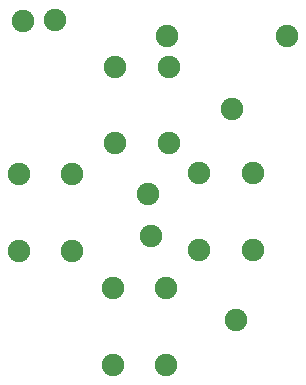
<source format=gbl>
G04 MADE WITH FRITZING*
G04 WWW.FRITZING.ORG*
G04 DOUBLE SIDED*
G04 HOLES PLATED*
G04 CONTOUR ON CENTER OF CONTOUR VECTOR*
%ASAXBY*%
%FSLAX23Y23*%
%MOIN*%
%OFA0B0*%
%SFA1.0B1.0*%
%ADD10C,0.075000*%
%ADD11R,0.001000X0.001000*%
%LNCOPPER0*%
G90*
G70*
G54D10*
X1099Y1265D03*
X699Y1265D03*
X644Y600D03*
X927Y318D03*
X634Y740D03*
X916Y1022D03*
X518Y171D03*
X518Y426D03*
X695Y171D03*
X695Y426D03*
X525Y908D03*
X525Y1164D03*
X703Y908D03*
X703Y1164D03*
X806Y554D03*
X806Y810D03*
X983Y554D03*
X983Y810D03*
X203Y551D03*
X203Y806D03*
X380Y551D03*
X380Y806D03*
X326Y1319D03*
X219Y1317D03*
G54D11*
D02*
G04 End of Copper0*
M02*
</source>
